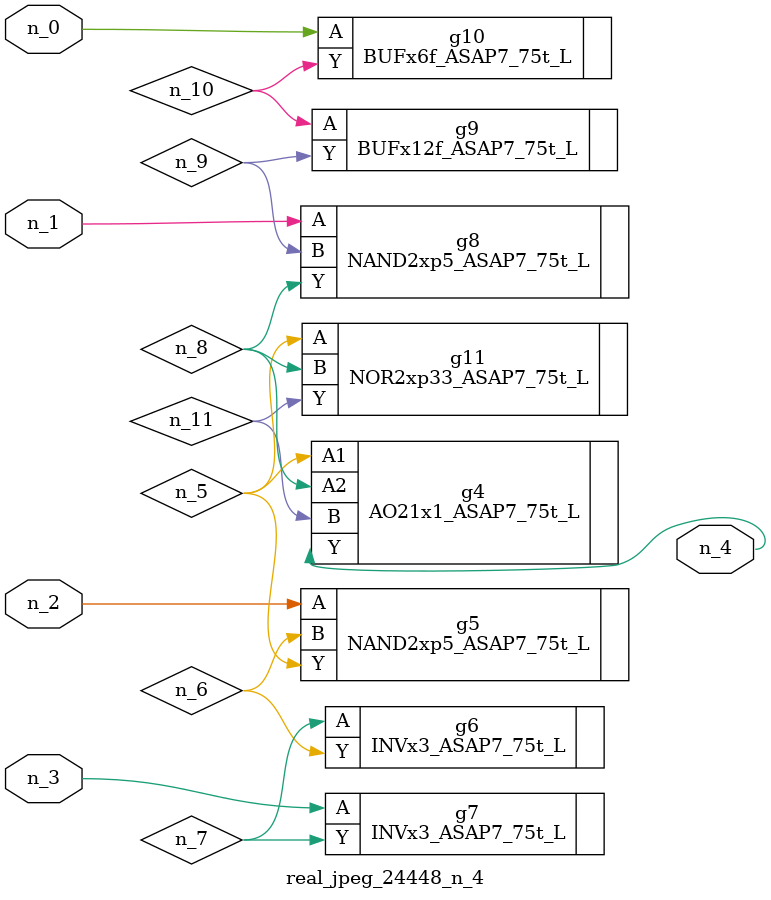
<source format=v>
module real_jpeg_24448_n_4 (n_3, n_1, n_0, n_2, n_4);

input n_3;
input n_1;
input n_0;
input n_2;

output n_4;

wire n_5;
wire n_8;
wire n_11;
wire n_6;
wire n_7;
wire n_10;
wire n_9;

BUFx6f_ASAP7_75t_L g10 ( 
.A(n_0),
.Y(n_10)
);

NAND2xp5_ASAP7_75t_L g8 ( 
.A(n_1),
.B(n_9),
.Y(n_8)
);

NAND2xp5_ASAP7_75t_L g5 ( 
.A(n_2),
.B(n_6),
.Y(n_5)
);

INVx3_ASAP7_75t_L g7 ( 
.A(n_3),
.Y(n_7)
);

AO21x1_ASAP7_75t_L g4 ( 
.A1(n_5),
.A2(n_8),
.B(n_11),
.Y(n_4)
);

NOR2xp33_ASAP7_75t_L g11 ( 
.A(n_5),
.B(n_8),
.Y(n_11)
);

INVx3_ASAP7_75t_L g6 ( 
.A(n_7),
.Y(n_6)
);

BUFx12f_ASAP7_75t_L g9 ( 
.A(n_10),
.Y(n_9)
);


endmodule
</source>
